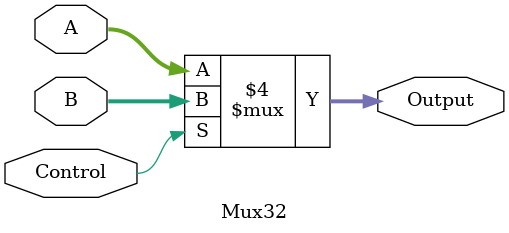
<source format=v>
module Mux32(
    input [31:0] A, B, 
    input Control, 
    output reg [31:0] Output);
	
	initial begin
	   Output <= 0;
	end
	
	always @(*) begin
		if (Control) begin
			Output <= B;
		end
		else begin
			Output <= A;
		end
	
	end
endmodule
</source>
